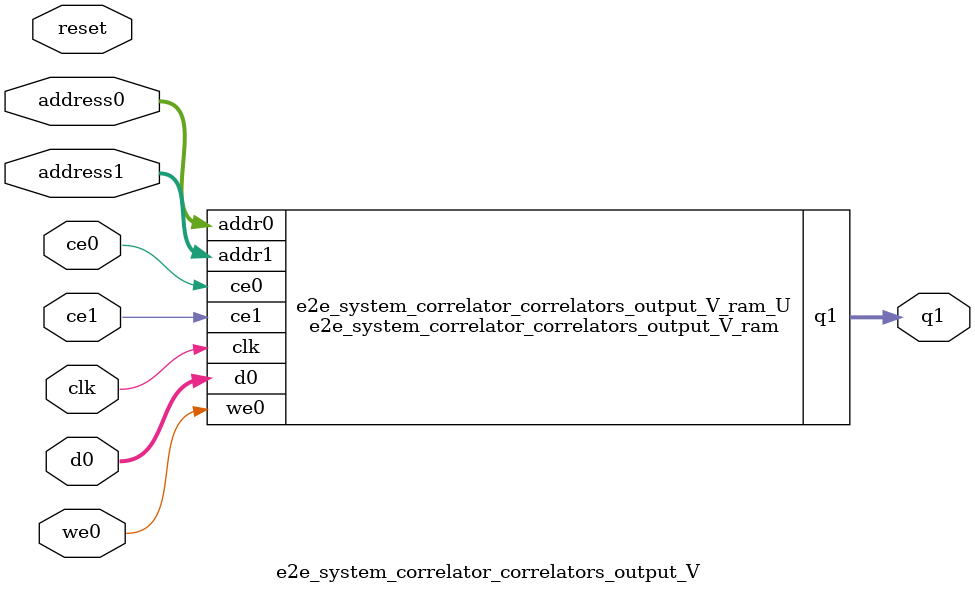
<source format=v>
`timescale 1 ns / 1 ps
module e2e_system_correlator_correlators_output_V_ram (addr0, ce0, d0, we0, addr1, ce1, q1,  clk);

parameter DWIDTH = 36;
parameter AWIDTH = 6;
parameter MEM_SIZE = 33;

input[AWIDTH-1:0] addr0;
input ce0;
input[DWIDTH-1:0] d0;
input we0;
input[AWIDTH-1:0] addr1;
input ce1;
output reg[DWIDTH-1:0] q1;
input clk;

(* ram_style = "block" *)reg [DWIDTH-1:0] ram[0:MEM_SIZE-1];




always @(posedge clk)  
begin 
    if (ce0) begin
        if (we0) 
            ram[addr0] <= d0; 
    end
end


always @(posedge clk)  
begin 
    if (ce1) begin
        q1 <= ram[addr1];
    end
end


endmodule

`timescale 1 ns / 1 ps
module e2e_system_correlator_correlators_output_V(
    reset,
    clk,
    address0,
    ce0,
    we0,
    d0,
    address1,
    ce1,
    q1);

parameter DataWidth = 32'd36;
parameter AddressRange = 32'd33;
parameter AddressWidth = 32'd6;
input reset;
input clk;
input[AddressWidth - 1:0] address0;
input ce0;
input we0;
input[DataWidth - 1:0] d0;
input[AddressWidth - 1:0] address1;
input ce1;
output[DataWidth - 1:0] q1;



e2e_system_correlator_correlators_output_V_ram e2e_system_correlator_correlators_output_V_ram_U(
    .clk( clk ),
    .addr0( address0 ),
    .ce0( ce0 ),
    .we0( we0 ),
    .d0( d0 ),
    .addr1( address1 ),
    .ce1( ce1 ),
    .q1( q1 ));

endmodule


</source>
